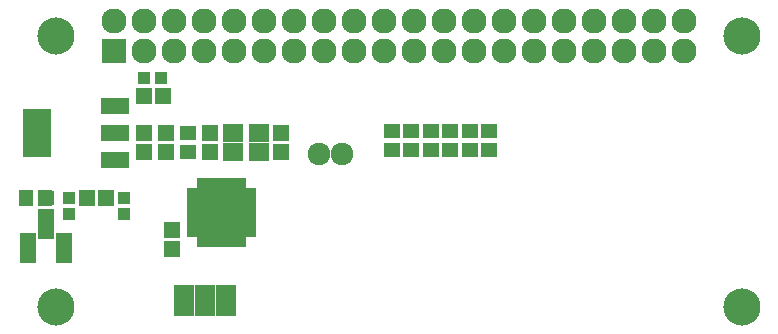
<source format=gts>
G04 #@! TF.FileFunction,Soldermask,Top*
%FSLAX46Y46*%
G04 Gerber Fmt 4.6, Leading zero omitted, Abs format (unit mm)*
G04 Created by KiCad (PCBNEW 4.0.1-3.201512221401+6198~38~ubuntu15.10.1-stable) date Thu 31 Dec 2015 11:56:40 PM CST*
%MOMM*%
G01*
G04 APERTURE LIST*
%ADD10C,0.100000*%
%ADD11C,3.150000*%
%ADD12R,1.400000X1.350000*%
%ADD13R,1.800000X1.600000*%
%ADD14R,1.100000X0.650000*%
%ADD15R,0.650000X1.100000*%
%ADD16R,2.125000X2.125000*%
%ADD17R,1.100000X1.100000*%
%ADD18R,2.127200X2.127200*%
%ADD19O,2.127200X2.127200*%
%ADD20R,1.350000X1.400000*%
%ADD21R,1.400000X1.300000*%
%ADD22R,1.400000X1.400000*%
%ADD23R,1.400000X2.600000*%
%ADD24R,1.300000X1.400000*%
%ADD25C,1.924000*%
%ADD26R,1.670000X1.365200*%
%ADD27R,2.432000X4.057600*%
%ADD28R,2.432000X1.416000*%
G04 APERTURE END LIST*
D10*
D11*
X126500000Y-88500000D03*
X126500000Y-111500000D03*
X68500000Y-88500000D03*
D12*
X77750000Y-98350000D03*
X77750000Y-96750000D03*
D13*
X85606700Y-96734120D03*
X83406700Y-96734120D03*
X85606700Y-98334120D03*
X83406700Y-98334120D03*
D14*
X80060800Y-101700000D03*
X80060800Y-102200000D03*
X80060800Y-102700000D03*
X80060800Y-103200000D03*
X80060800Y-103700000D03*
X80060800Y-104200000D03*
X80060800Y-104700000D03*
X80060800Y-105200000D03*
D15*
X80710800Y-105850000D03*
X81210800Y-105850000D03*
X81710800Y-105850000D03*
X82210800Y-105850000D03*
X82710800Y-105850000D03*
X83210800Y-105850000D03*
X83710800Y-105850000D03*
X84210800Y-105850000D03*
D14*
X84860800Y-105200000D03*
X84860800Y-104700000D03*
X84860800Y-104200000D03*
X84860800Y-103700000D03*
X84860800Y-103200000D03*
X84860800Y-102700000D03*
X84860800Y-102200000D03*
X84860800Y-101700000D03*
D15*
X84210800Y-101050000D03*
X83710800Y-101050000D03*
X83210800Y-101050000D03*
X82710800Y-101050000D03*
X82210800Y-101050000D03*
X81710800Y-101050000D03*
X81210800Y-101050000D03*
X80710800Y-101050000D03*
D16*
X83323300Y-104312500D03*
X83323300Y-102587500D03*
X81598300Y-104312500D03*
X81598300Y-102587500D03*
D17*
X77350000Y-92100000D03*
X75950000Y-92100000D03*
X69600000Y-102200000D03*
X69600000Y-103600000D03*
X74200000Y-102200000D03*
X74200000Y-103600000D03*
D18*
X73370000Y-89770000D03*
D19*
X73370000Y-87230000D03*
X75910000Y-89770000D03*
X75910000Y-87230000D03*
X78450000Y-89770000D03*
X78450000Y-87230000D03*
X80990000Y-89770000D03*
X80990000Y-87230000D03*
X83530000Y-89770000D03*
X83530000Y-87230000D03*
X86070000Y-89770000D03*
X86070000Y-87230000D03*
X88610000Y-89770000D03*
X88610000Y-87230000D03*
X91150000Y-89770000D03*
X91150000Y-87230000D03*
X93690000Y-89770000D03*
X93690000Y-87230000D03*
X96230000Y-89770000D03*
X96230000Y-87230000D03*
X98770000Y-89770000D03*
X98770000Y-87230000D03*
X101310000Y-89770000D03*
X101310000Y-87230000D03*
X103850000Y-89770000D03*
X103850000Y-87230000D03*
X106390000Y-89770000D03*
X106390000Y-87230000D03*
X108930000Y-89770000D03*
X108930000Y-87230000D03*
X111470000Y-89770000D03*
X111470000Y-87230000D03*
X114010000Y-89770000D03*
X114010000Y-87230000D03*
X116550000Y-89770000D03*
X116550000Y-87230000D03*
X119090000Y-89770000D03*
X119090000Y-87230000D03*
X121630000Y-89770000D03*
X121630000Y-87230000D03*
D12*
X75900000Y-96750000D03*
X75900000Y-98350000D03*
D20*
X75895200Y-93600000D03*
X77495200Y-93600000D03*
D12*
X78282800Y-104950000D03*
X78282800Y-106550000D03*
X81500000Y-98350000D03*
X81500000Y-96750000D03*
X87500000Y-96739000D03*
X87500000Y-98339000D03*
D20*
X72688200Y-102200000D03*
X71088200Y-102200000D03*
D21*
X103500000Y-96602280D03*
X103500000Y-98202280D03*
X96926360Y-96600000D03*
X96926360Y-98200000D03*
X98550000Y-96600000D03*
X98550000Y-98200000D03*
X101856500Y-96600000D03*
X101856500Y-98200000D03*
X100200000Y-96600000D03*
X100200000Y-98200000D03*
X79600000Y-96750000D03*
X79600000Y-98350000D03*
D22*
X67600000Y-105000000D03*
D23*
X69100000Y-106500000D03*
X66100000Y-106500000D03*
D21*
X67600000Y-102200000D03*
X67600000Y-103800000D03*
D24*
X65938400Y-102200000D03*
X67538400Y-102200000D03*
D21*
X105150000Y-96600000D03*
X105150000Y-98200000D03*
D25*
X92700000Y-98500000D03*
X90750000Y-98500000D03*
D26*
X79297580Y-110267940D03*
X79297580Y-111537940D03*
X81083200Y-110275560D03*
X81083200Y-111545560D03*
X82894220Y-110275560D03*
X82894220Y-111545560D03*
D27*
X66852800Y-96723200D03*
D28*
X73456800Y-96723200D03*
X73456800Y-94437200D03*
X73456800Y-99009200D03*
D11*
X68500000Y-111500000D03*
M02*

</source>
